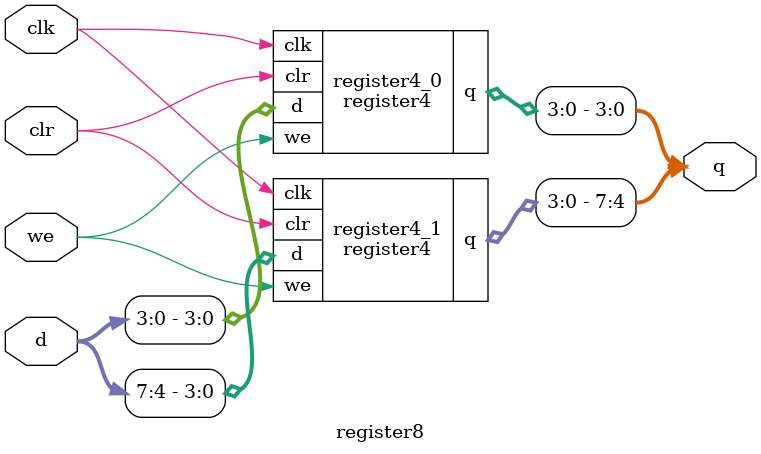
<source format=v>
module register(
    input d,
    input clk,
    input clr,
    input we,
    output q
);

    wire and1;
    assign and1 = clk & we;

    dff dff(
        .d(d),
        .clr(clr),
        .clk(and1),
        .q(q)
    );

endmodule

module register4(
    input [3:0] d,
    input clk,
    input clr,
    input we,
    output [3:0] q);

    wire q0;
    wire q1;
    wire q2;
    wire q3;

    register register0(
        .d(d[0]),
        .clr(clr),
        .clk(clk),
        .we(we),
        .q(q0)
    );

    register register1(
        .d(d[1]),
        .clr(clr),
        .clk(clk),
        .we(we),
        .q(q1)
    );

    register register2(
        .d(d[2]),
        .clr(clr),
        .clk(clk),
        .we(we),
        .q(q2)
    );

    register register3(
        .d(d[3]),
        .clr(clr),
        .clk(clk),
        .we(we),
        .q(q3)
    );

    assign { q3, q2, q1, q0 } = q;

endmodule

module register8(
    input [7:0] d,
    input clk,
    input clr,
    input we,
    output [7:0] q);

    register4 register4_0(
        .d(d[3:0]),
        .clk(clk),
        .clr(clr),
        .we(we),
        .q(q[3:0])
    );

    register4 register4_1(
        .d(d[7:4]),
        .clk(clk),
        .clr(clr),
        .we(we),
        .q(q[7:4])
    );

endmodule

</source>
